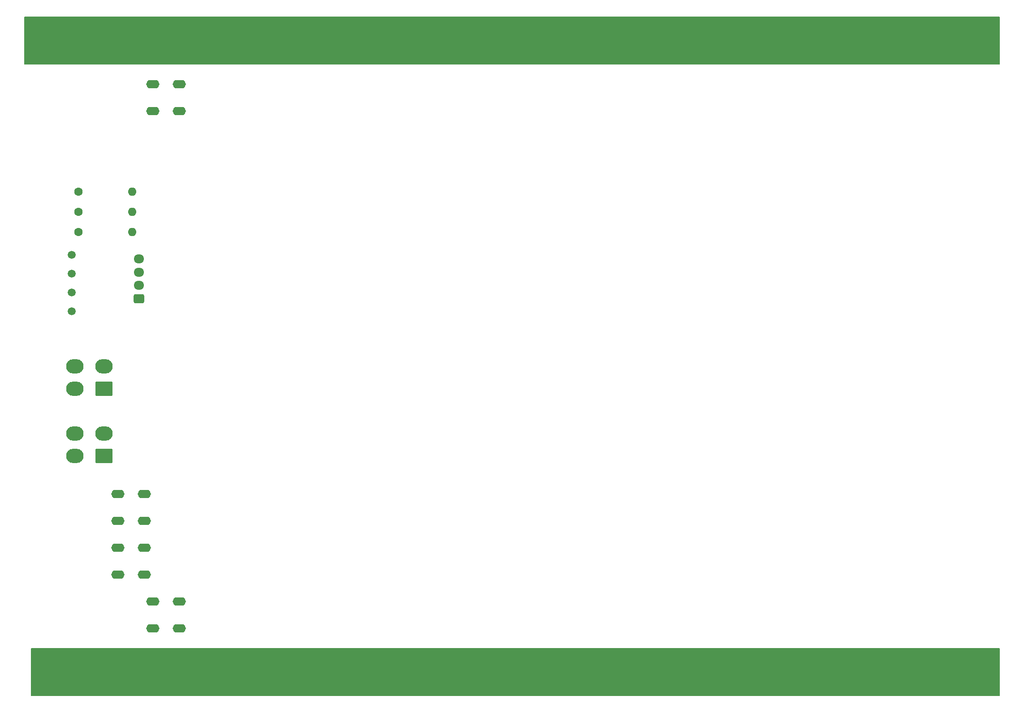
<source format=gbr>
%TF.GenerationSoftware,KiCad,Pcbnew,7.0.11+dfsg-1build4*%
%TF.CreationDate,2024-12-30T23:49:52+01:00*%
%TF.ProjectId,Z80-Backplane,5a38302d-4261-4636-9b70-6c616e652e6b,rev?*%
%TF.SameCoordinates,Original*%
%TF.FileFunction,Soldermask,Bot*%
%TF.FilePolarity,Negative*%
%FSLAX46Y46*%
G04 Gerber Fmt 4.6, Leading zero omitted, Abs format (unit mm)*
G04 Created by KiCad (PCBNEW 7.0.11+dfsg-1build4) date 2024-12-30 23:49:52*
%MOMM*%
%LPD*%
G01*
G04 APERTURE LIST*
G04 Aperture macros list*
%AMRoundRect*
0 Rectangle with rounded corners*
0 $1 Rounding radius*
0 $2 $3 $4 $5 $6 $7 $8 $9 X,Y pos of 4 corners*
0 Add a 4 corners polygon primitive as box body*
4,1,4,$2,$3,$4,$5,$6,$7,$8,$9,$2,$3,0*
0 Add four circle primitives for the rounded corners*
1,1,$1+$1,$2,$3*
1,1,$1+$1,$4,$5*
1,1,$1+$1,$6,$7*
1,1,$1+$1,$8,$9*
0 Add four rect primitives between the rounded corners*
20,1,$1+$1,$2,$3,$4,$5,0*
20,1,$1+$1,$4,$5,$6,$7,0*
20,1,$1+$1,$6,$7,$8,$9,0*
20,1,$1+$1,$8,$9,$2,$3,0*%
G04 Aperture macros list end*
%ADD10C,0.150000*%
%ADD11C,1.600000*%
%ADD12O,1.600000X1.600000*%
%ADD13RoundRect,0.250000X0.725000X-0.600000X0.725000X0.600000X-0.725000X0.600000X-0.725000X-0.600000X0*%
%ADD14O,1.950000X1.700000*%
%ADD15O,2.500000X1.600000*%
%ADD16C,4.700000*%
%ADD17C,1.500000*%
%ADD18RoundRect,0.250001X1.399999X-1.099999X1.399999X1.099999X-1.399999X1.099999X-1.399999X-1.099999X0*%
%ADD19O,3.300000X2.700000*%
G04 APERTURE END LIST*
D10*
X44450000Y-46990000D02*
X228600000Y-46990000D01*
X228600000Y-55880000D01*
X44450000Y-55880000D01*
X44450000Y-46990000D01*
G36*
X44450000Y-46990000D02*
G01*
X228600000Y-46990000D01*
X228600000Y-55880000D01*
X44450000Y-55880000D01*
X44450000Y-46990000D01*
G37*
X45720000Y-166370000D02*
X228600000Y-166370000D01*
X228600000Y-175260000D01*
X45720000Y-175260000D01*
X45720000Y-166370000D01*
G36*
X45720000Y-166370000D02*
G01*
X228600000Y-166370000D01*
X228600000Y-175260000D01*
X45720000Y-175260000D01*
X45720000Y-166370000D01*
G37*
D11*
%TO.C,R3*%
X54610000Y-87630000D03*
D12*
X64770000Y-87630000D03*
%TD*%
D11*
%TO.C,R2*%
X54610000Y-83820000D03*
D12*
X64770000Y-83820000D03*
%TD*%
D11*
%TO.C,R1*%
X54610000Y-80010000D03*
D12*
X64770000Y-80010000D03*
%TD*%
D13*
%TO.C,J3*%
X66040000Y-100210000D03*
D14*
X66040000Y-97710000D03*
X66040000Y-95210000D03*
X66040000Y-92710000D03*
%TD*%
D15*
%TO.C,J5*%
X62056000Y-137160000D03*
X67056000Y-137160000D03*
%TD*%
D16*
%TO.C,H10*%
X62200000Y-172500000D03*
%TD*%
D15*
%TO.C,J8*%
X62056000Y-142240000D03*
X67056000Y-142240000D03*
%TD*%
%TO.C,J13*%
X62056000Y-152400000D03*
X67056000Y-152400000D03*
%TD*%
D16*
%TO.C,H11*%
X62200000Y-50000000D03*
%TD*%
D15*
%TO.C,J11*%
X62056000Y-147320000D03*
X67056000Y-147320000D03*
%TD*%
%TO.C,J10*%
X73660000Y-157480000D03*
X68660000Y-157480000D03*
%TD*%
D17*
%TO.C,TP4*%
X53340000Y-102610000D03*
%TD*%
D18*
%TO.C,J1*%
X59420000Y-117230000D03*
D19*
X59420000Y-113030000D03*
X53920000Y-117230000D03*
X53920000Y-113030000D03*
%TD*%
D17*
%TO.C,TP2*%
X53340000Y-95510000D03*
%TD*%
D15*
%TO.C,J12*%
X73660000Y-162560000D03*
X68660000Y-162560000D03*
%TD*%
%TO.C,J7*%
X73660000Y-64770000D03*
X68660000Y-64770000D03*
%TD*%
%TO.C,J6*%
X73660000Y-59690000D03*
X68660000Y-59690000D03*
%TD*%
D18*
%TO.C,J2*%
X59420000Y-129930000D03*
D19*
X59420000Y-125730000D03*
X53920000Y-129930000D03*
X53920000Y-125730000D03*
%TD*%
D17*
%TO.C,TP1*%
X53340000Y-91960000D03*
%TD*%
%TO.C,TP3*%
X53340000Y-99060000D03*
%TD*%
M02*

</source>
